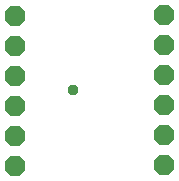
<source format=gbr>
G04 EAGLE Gerber RS-274X export*
G75*
%MOMM*%
%FSLAX34Y34*%
%LPD*%
%INSoldermask Bottom*%
%IPPOS*%
%AMOC8*
5,1,8,0,0,1.08239X$1,22.5*%
G01*
%ADD10P,1.869504X8X22.500000*%
%ADD11P,1.869504X8X202.500000*%
%ADD12C,0.959600*%


D10*
X57150Y381508D03*
X57150Y356108D03*
X57150Y330708D03*
X57150Y305308D03*
X57150Y279908D03*
X57150Y254508D03*
D11*
X-68326Y254254D03*
X-68326Y279654D03*
X-68326Y305054D03*
X-68326Y330454D03*
X-68326Y355854D03*
X-68326Y381254D03*
D12*
X-19812Y318262D03*
M02*

</source>
